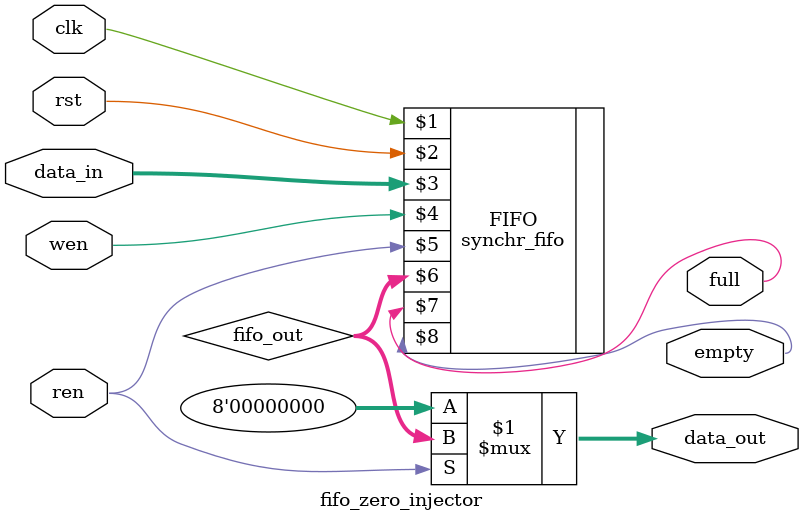
<source format=v>
`timescale 1ns / 1ps


module fifo_zero_injector #(parameter WIDTH = 8)(
    input               clk, rst,
    input [(WIDTH-1):0] data_in,
    input               wen, ren,                 //write and read enable signals
    output[(WIDTH-1):0] data_out,
    output              full, empty
    );
    wire [(WIDTH-1):0] fifo_out;
    
    assign data_out = ren? fifo_out : 8'd0;
    
    synchr_fifo FIFO (clk, rst, data_in, wen, ren, fifo_out, full, empty);    
endmodule

</source>
